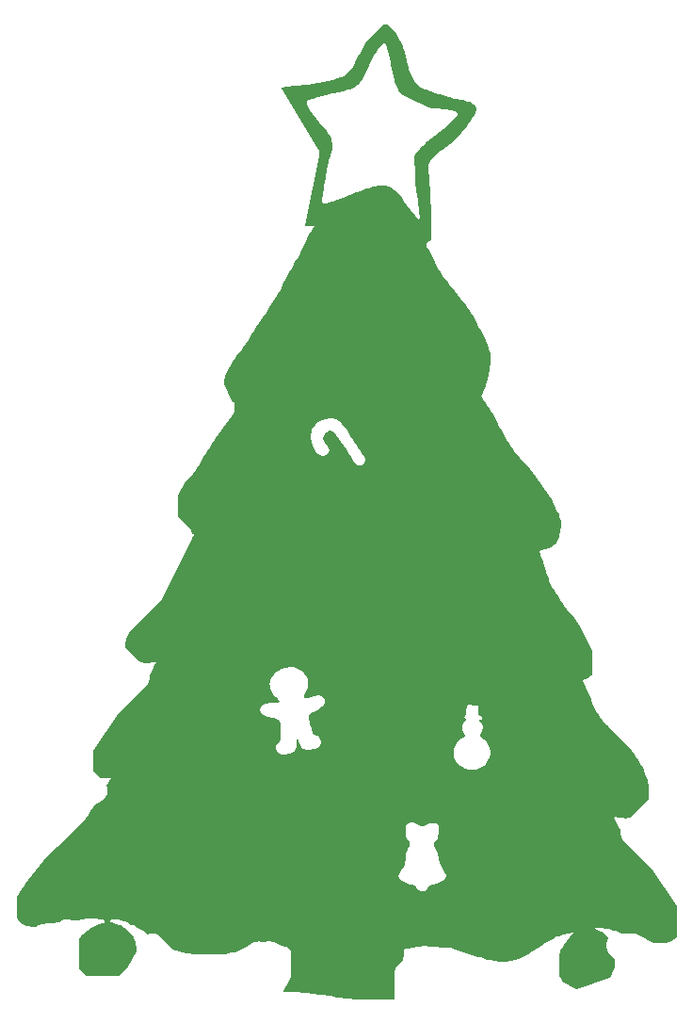
<source format=gbr>
G04 EAGLE Gerber RS-274X export*
G75*
%MOMM*%
%FSLAX34Y34*%
%LPD*%
%INTop Copper*%
%IPPOS*%
%AMOC8*
5,1,8,0,0,1.08239X$1,22.5*%
G01*

G36*
X509114Y65592D02*
X509114Y65592D01*
X509132Y65589D01*
X509279Y65625D01*
X509291Y65627D01*
X509292Y65628D01*
X509294Y65628D01*
X509736Y65816D01*
X509742Y65821D01*
X509750Y65823D01*
X509823Y65877D01*
X509899Y65929D01*
X509904Y65936D01*
X509910Y65941D01*
X509957Y66019D01*
X510006Y66097D01*
X510007Y66105D01*
X510012Y66112D01*
X510039Y66276D01*
X510039Y91021D01*
X511662Y94939D01*
X514731Y98008D01*
X517619Y100896D01*
X517668Y100969D01*
X517719Y101039D01*
X517723Y101052D01*
X517729Y101061D01*
X517737Y101103D01*
X517763Y101200D01*
X517932Y102914D01*
X517931Y102918D01*
X517933Y102922D01*
X518095Y104916D01*
X518094Y104920D01*
X518096Y104926D01*
X518215Y106922D01*
X518214Y106933D01*
X518216Y106945D01*
X518269Y110617D01*
X519327Y111060D01*
X519469Y111119D01*
X521386Y111396D01*
X521390Y111397D01*
X521394Y111397D01*
X523368Y111716D01*
X523375Y111718D01*
X523383Y111719D01*
X525347Y112097D01*
X525352Y112099D01*
X525357Y112099D01*
X527313Y112519D01*
X527319Y112522D01*
X527326Y112522D01*
X529254Y112991D01*
X531183Y113334D01*
X533142Y113503D01*
X535120Y113585D01*
X536988Y113606D01*
X537001Y113609D01*
X537015Y113607D01*
X537097Y113630D01*
X537227Y113606D01*
X539096Y113585D01*
X541086Y113522D01*
X543071Y113419D01*
X545057Y113274D01*
X547032Y113082D01*
X548997Y112830D01*
X550940Y112488D01*
X551826Y112275D01*
X551870Y112273D01*
X551943Y112261D01*
X558404Y112261D01*
X558420Y112264D01*
X558439Y112262D01*
X560160Y112384D01*
X560453Y112286D01*
X560475Y112284D01*
X560611Y112261D01*
X560921Y112261D01*
X562514Y111601D01*
X562529Y111598D01*
X562547Y111588D01*
X585096Y104072D01*
X585116Y104070D01*
X585140Y104059D01*
X585817Y103902D01*
X587707Y103369D01*
X589548Y102655D01*
X589569Y102652D01*
X589594Y102640D01*
X591518Y102101D01*
X591530Y102100D01*
X591543Y102095D01*
X593494Y101655D01*
X593499Y101655D01*
X593505Y101653D01*
X595464Y101255D01*
X595468Y101255D01*
X595472Y101254D01*
X597438Y100886D01*
X597441Y100886D01*
X597444Y100885D01*
X599413Y100541D01*
X599416Y100541D01*
X599419Y100540D01*
X601394Y100220D01*
X601398Y100220D01*
X601401Y100219D01*
X603380Y99927D01*
X603385Y99928D01*
X603390Y99926D01*
X605374Y99673D01*
X605382Y99674D01*
X605392Y99671D01*
X606601Y99563D01*
X606621Y99565D01*
X606646Y99561D01*
X609302Y99561D01*
X609311Y99562D01*
X609321Y99561D01*
X609443Y99566D01*
X609463Y99571D01*
X609489Y99570D01*
X611472Y99832D01*
X611479Y99834D01*
X611488Y99834D01*
X613461Y100157D01*
X613466Y100159D01*
X613472Y100159D01*
X615438Y100526D01*
X615442Y100528D01*
X615448Y100528D01*
X617406Y100935D01*
X617411Y100937D01*
X617418Y100938D01*
X619366Y101391D01*
X619374Y101395D01*
X619386Y101396D01*
X621313Y101930D01*
X621327Y101937D01*
X621345Y101940D01*
X623232Y102603D01*
X623247Y102612D01*
X623267Y102617D01*
X625097Y103423D01*
X625109Y103431D01*
X625127Y103437D01*
X626901Y104359D01*
X626909Y104365D01*
X626920Y104370D01*
X628653Y105367D01*
X628658Y105371D01*
X628665Y105374D01*
X630371Y106418D01*
X630375Y106421D01*
X630380Y106423D01*
X633746Y108582D01*
X633748Y108584D01*
X633751Y108585D01*
X642105Y114073D01*
X645465Y116244D01*
X647140Y117306D01*
X650611Y119263D01*
X650615Y119267D01*
X650622Y119270D01*
X652329Y120291D01*
X654061Y121225D01*
X655859Y122015D01*
X657710Y122697D01*
X659596Y123290D01*
X661509Y123806D01*
X663440Y124255D01*
X665389Y124644D01*
X667354Y124999D01*
X667361Y125001D01*
X667369Y125002D01*
X669325Y125417D01*
X669335Y125422D01*
X669349Y125423D01*
X671247Y125928D01*
X672026Y126018D01*
X671701Y125535D01*
X670071Y124624D01*
X670037Y124595D01*
X669973Y124553D01*
X668514Y123188D01*
X668503Y123173D01*
X668485Y123158D01*
X667142Y121677D01*
X667137Y121667D01*
X667126Y121658D01*
X665856Y120113D01*
X665853Y120106D01*
X665845Y120099D01*
X664632Y118509D01*
X664629Y118503D01*
X664623Y118497D01*
X663460Y116870D01*
X663457Y116863D01*
X663451Y116857D01*
X662339Y115193D01*
X662337Y115186D01*
X662330Y115179D01*
X661277Y113479D01*
X661274Y113470D01*
X661266Y113461D01*
X660287Y111716D01*
X660283Y111703D01*
X660273Y111689D01*
X659405Y109888D01*
X659399Y109865D01*
X659384Y109838D01*
X658718Y107953D01*
X658716Y107933D01*
X658705Y107911D01*
X658210Y105974D01*
X658210Y105964D01*
X658205Y105952D01*
X658017Y105045D01*
X658016Y104962D01*
X658010Y104879D01*
X658016Y104861D01*
X658016Y104846D01*
X658033Y104805D01*
X658059Y104720D01*
X658184Y104471D01*
X658206Y104162D01*
X658212Y104140D01*
X658242Y104007D01*
X658361Y103721D01*
X658361Y101996D01*
X658364Y101980D01*
X658362Y101961D01*
X658484Y100240D01*
X658386Y99947D01*
X658384Y99924D01*
X658361Y99789D01*
X658361Y86755D01*
X658371Y86703D01*
X658372Y86649D01*
X658393Y86598D01*
X658400Y86560D01*
X658418Y86534D01*
X658434Y86495D01*
X658652Y86136D01*
X658660Y86128D01*
X658665Y86116D01*
X659788Y84461D01*
X659793Y84456D01*
X659796Y84449D01*
X660968Y82828D01*
X660974Y82822D01*
X660979Y82813D01*
X662210Y81237D01*
X662218Y81231D01*
X662225Y81220D01*
X662704Y80661D01*
X662717Y80651D01*
X662726Y80637D01*
X662860Y80539D01*
X673733Y75103D01*
X673745Y75099D01*
X673755Y75092D01*
X673841Y75074D01*
X673925Y75051D01*
X673937Y75053D01*
X673950Y75050D01*
X674114Y75075D01*
X703443Y84852D01*
X703454Y84858D01*
X703467Y84860D01*
X703540Y84908D01*
X703616Y84951D01*
X703623Y84961D01*
X703634Y84968D01*
X703732Y85102D01*
X707452Y92541D01*
X707459Y92569D01*
X707478Y92603D01*
X707572Y92880D01*
X707575Y92902D01*
X707586Y92928D01*
X708040Y94875D01*
X708040Y94895D01*
X708048Y94919D01*
X708325Y96899D01*
X708324Y96913D01*
X708328Y96929D01*
X708485Y98923D01*
X708484Y98931D01*
X708486Y98941D01*
X708571Y100939D01*
X708571Y100945D01*
X708572Y100951D01*
X708584Y101623D01*
X708581Y101640D01*
X708584Y101657D01*
X708563Y101737D01*
X708548Y101818D01*
X708539Y101833D01*
X708535Y101850D01*
X708442Y101980D01*
X708439Y101984D01*
X708439Y101985D01*
X708438Y101985D01*
X702162Y108261D01*
X700539Y112179D01*
X700539Y116421D01*
X702162Y120339D01*
X702354Y120530D01*
X702398Y120597D01*
X702448Y120661D01*
X702453Y120680D01*
X702464Y120696D01*
X702478Y120775D01*
X702499Y120853D01*
X702496Y120872D01*
X702500Y120892D01*
X702483Y120970D01*
X702472Y121050D01*
X702461Y121069D01*
X702457Y121086D01*
X702431Y121123D01*
X702391Y121195D01*
X702088Y121575D01*
X702075Y121585D01*
X702064Y121602D01*
X700708Y123071D01*
X700694Y123081D01*
X700681Y123098D01*
X699219Y124461D01*
X699204Y124470D01*
X699190Y124486D01*
X697627Y125733D01*
X697611Y125741D01*
X697595Y125757D01*
X695937Y126876D01*
X695921Y126882D01*
X695903Y126897D01*
X694161Y127878D01*
X694144Y127884D01*
X694125Y127897D01*
X692309Y128733D01*
X692302Y128735D01*
X692295Y128740D01*
X690571Y129471D01*
X690215Y129919D01*
X691282Y130088D01*
X693225Y130046D01*
X695204Y129915D01*
X697181Y129729D01*
X699155Y129494D01*
X701120Y129210D01*
X703063Y128860D01*
X704966Y128383D01*
X706843Y127751D01*
X706847Y127750D01*
X706851Y127748D01*
X708757Y127142D01*
X708760Y127141D01*
X708763Y127140D01*
X712588Y125972D01*
X714484Y125373D01*
X715603Y124988D01*
X715611Y124987D01*
X715765Y124961D01*
X722089Y124961D01*
X722111Y124965D01*
X722247Y124986D01*
X722540Y125084D01*
X724261Y124962D01*
X724276Y124964D01*
X724296Y124961D01*
X726021Y124961D01*
X726307Y124842D01*
X726329Y124838D01*
X726462Y124806D01*
X726771Y124784D01*
X728313Y124012D01*
X728329Y124008D01*
X728345Y123998D01*
X729939Y123338D01*
X730158Y123119D01*
X730177Y123106D01*
X730287Y123025D01*
X743303Y116518D01*
X743312Y116515D01*
X743320Y116509D01*
X743481Y116467D01*
X745071Y116322D01*
X745079Y116323D01*
X745089Y116321D01*
X747086Y116215D01*
X747096Y116216D01*
X747109Y116214D01*
X749109Y116201D01*
X749122Y116204D01*
X749138Y116202D01*
X751135Y116304D01*
X751149Y116308D01*
X751166Y116307D01*
X753153Y116534D01*
X753168Y116539D01*
X753189Y116539D01*
X755153Y116908D01*
X755170Y116915D01*
X755193Y116918D01*
X757121Y117448D01*
X757140Y117457D01*
X757167Y117463D01*
X757231Y117487D01*
X757249Y117499D01*
X757276Y117507D01*
X761768Y119753D01*
X761793Y119772D01*
X761830Y119790D01*
X762555Y120295D01*
X762577Y120318D01*
X762612Y120341D01*
X763883Y121539D01*
X763894Y121555D01*
X763910Y121567D01*
X763951Y121636D01*
X763997Y121701D01*
X764001Y121721D01*
X764012Y121738D01*
X764034Y121874D01*
X764039Y121896D01*
X764039Y121899D01*
X764039Y121902D01*
X764039Y149021D01*
X764027Y149083D01*
X764023Y149146D01*
X764006Y149185D01*
X764000Y149216D01*
X763978Y149247D01*
X763955Y149298D01*
X741043Y183667D01*
X741015Y183695D01*
X740980Y183743D01*
X714862Y209861D01*
X713239Y213779D01*
X713239Y218021D01*
X713255Y218059D01*
X713272Y218145D01*
X713293Y218231D01*
X713291Y218242D01*
X713293Y218254D01*
X713275Y218340D01*
X713261Y218427D01*
X713254Y218438D01*
X713252Y218449D01*
X713228Y218483D01*
X713177Y218571D01*
X712922Y218874D01*
X711708Y220410D01*
X710707Y222087D01*
X709786Y223837D01*
X708928Y225622D01*
X708149Y227428D01*
X707643Y228984D01*
X708442Y229652D01*
X712162Y229046D01*
X712175Y229046D01*
X712191Y229042D01*
X714180Y228837D01*
X714188Y228837D01*
X714198Y228835D01*
X716193Y228702D01*
X716202Y228703D01*
X716213Y228701D01*
X718212Y228648D01*
X718221Y228649D01*
X718233Y228648D01*
X720232Y228676D01*
X720242Y228678D01*
X720254Y228677D01*
X721492Y228748D01*
X721588Y228773D01*
X721681Y228797D01*
X721683Y228798D01*
X721685Y228799D01*
X721697Y228808D01*
X721817Y228893D01*
X738395Y245472D01*
X738418Y245506D01*
X738448Y245534D01*
X738481Y245601D01*
X738505Y245638D01*
X738509Y245659D01*
X738521Y245683D01*
X738619Y246013D01*
X738622Y246055D01*
X738639Y246155D01*
X738639Y258491D01*
X738631Y258533D01*
X738626Y258605D01*
X738561Y258884D01*
X738557Y258892D01*
X738556Y258903D01*
X738021Y260830D01*
X738019Y260835D01*
X738018Y260842D01*
X737434Y262755D01*
X737432Y262759D01*
X737431Y262764D01*
X736813Y264666D01*
X736811Y264668D01*
X736811Y264671D01*
X736170Y266566D01*
X736169Y266569D01*
X736168Y266573D01*
X735498Y268458D01*
X735496Y268462D01*
X735495Y268467D01*
X734790Y270338D01*
X734787Y270343D01*
X734786Y270349D01*
X734039Y272204D01*
X734036Y272209D01*
X734034Y272217D01*
X733235Y274050D01*
X733230Y274055D01*
X733228Y274064D01*
X732371Y275871D01*
X732366Y275877D01*
X732363Y275886D01*
X731445Y277662D01*
X731440Y277669D01*
X731436Y277678D01*
X730455Y279421D01*
X730450Y279427D01*
X730447Y279435D01*
X729408Y281144D01*
X729403Y281149D01*
X729400Y281157D01*
X728309Y282833D01*
X728305Y282838D01*
X728302Y282845D01*
X727167Y284491D01*
X727163Y284494D01*
X727161Y284500D01*
X725991Y286122D01*
X725988Y286125D01*
X725986Y286129D01*
X724789Y287731D01*
X724787Y287734D01*
X724785Y287738D01*
X723562Y289320D01*
X723559Y289323D01*
X723556Y289328D01*
X722304Y290887D01*
X722301Y290889D01*
X722299Y290893D01*
X721024Y292433D01*
X721021Y292435D01*
X721020Y292438D01*
X720099Y293522D01*
X720085Y293533D01*
X720071Y293552D01*
X703942Y309682D01*
X703928Y309691D01*
X703916Y309706D01*
X702613Y310836D01*
X702475Y311113D01*
X702461Y311130D01*
X702381Y311242D01*
X702162Y311461D01*
X702094Y311627D01*
X702053Y311687D01*
X702018Y311752D01*
X701996Y311772D01*
X701983Y311791D01*
X701946Y311815D01*
X701893Y311862D01*
X701218Y312274D01*
X699724Y313494D01*
X698388Y314917D01*
X697125Y316435D01*
X695922Y318009D01*
X694769Y319624D01*
X693660Y321272D01*
X692599Y322949D01*
X691589Y324657D01*
X690637Y326395D01*
X689762Y328166D01*
X688200Y331832D01*
X688199Y331833D01*
X688198Y331835D01*
X686610Y335506D01*
X686609Y335508D01*
X686608Y335510D01*
X684987Y339167D01*
X684986Y339168D01*
X684986Y339170D01*
X682520Y344633D01*
X681736Y346466D01*
X680986Y348306D01*
X680290Y350152D01*
X679787Y351929D01*
X680118Y353357D01*
X681741Y353896D01*
X681757Y353905D01*
X681781Y353911D01*
X682440Y354194D01*
X683601Y354694D01*
X683612Y354699D01*
X683644Y354720D01*
X683694Y354743D01*
X685351Y355860D01*
X685368Y355877D01*
X685394Y355892D01*
X686924Y357180D01*
X686935Y357194D01*
X686954Y357207D01*
X687692Y357940D01*
X687699Y357951D01*
X687710Y357959D01*
X687754Y358033D01*
X687802Y358105D01*
X687805Y358118D01*
X687812Y358130D01*
X687839Y358294D01*
X687839Y378365D01*
X687833Y378397D01*
X687835Y378430D01*
X687809Y378517D01*
X687800Y378560D01*
X687792Y378572D01*
X687787Y378589D01*
X676576Y401011D01*
X676559Y401032D01*
X676544Y401065D01*
X670031Y410834D01*
X670008Y410857D01*
X669985Y410893D01*
X667542Y413580D01*
X666228Y415075D01*
X664961Y416593D01*
X663790Y418190D01*
X662639Y419815D01*
X660375Y423103D01*
X659256Y424761D01*
X657053Y428090D01*
X654886Y431446D01*
X653822Y433134D01*
X652773Y434830D01*
X651755Y436536D01*
X650815Y438257D01*
X650072Y440083D01*
X650070Y440085D01*
X650069Y440088D01*
X649294Y441932D01*
X649292Y441935D01*
X649291Y441940D01*
X648489Y443757D01*
X647788Y445607D01*
X647145Y447487D01*
X646536Y449382D01*
X645956Y451290D01*
X644843Y455128D01*
X644842Y455130D01*
X644841Y455133D01*
X643685Y458962D01*
X643680Y458972D01*
X643677Y458986D01*
X641658Y464629D01*
X641045Y466510D01*
X640581Y468241D01*
X641128Y469289D01*
X642847Y469694D01*
X644798Y470102D01*
X644820Y470112D01*
X644851Y470116D01*
X646750Y470741D01*
X646768Y470750D01*
X646792Y470757D01*
X647399Y471019D01*
X648554Y471518D01*
X648628Y471550D01*
X648640Y471559D01*
X648658Y471564D01*
X650436Y472480D01*
X650447Y472489D01*
X650464Y472496D01*
X652179Y473524D01*
X652192Y473536D01*
X652211Y473545D01*
X653842Y474701D01*
X653861Y474721D01*
X653891Y474741D01*
X655362Y476092D01*
X655380Y476116D01*
X655391Y476124D01*
X655404Y476145D01*
X655441Y476185D01*
X656540Y477850D01*
X656553Y477882D01*
X656580Y477922D01*
X657390Y479749D01*
X657394Y479769D01*
X657400Y479779D01*
X657404Y479786D01*
X657405Y479788D01*
X657407Y479792D01*
X658047Y481686D01*
X658048Y481700D01*
X658056Y481716D01*
X658575Y483647D01*
X658576Y483659D01*
X658582Y483673D01*
X659000Y485628D01*
X659000Y485638D01*
X659004Y485650D01*
X659333Y487623D01*
X659332Y487633D01*
X659336Y487646D01*
X659574Y489632D01*
X659573Y489643D01*
X659576Y489656D01*
X659716Y491651D01*
X659715Y491664D01*
X659717Y491680D01*
X659739Y493680D01*
X659736Y493697D01*
X659738Y493720D01*
X659600Y495714D01*
X659593Y495741D01*
X659591Y495779D01*
X659195Y497736D01*
X659184Y497762D01*
X659178Y497798D01*
X658533Y499691D01*
X658530Y499697D01*
X658528Y499705D01*
X657826Y501578D01*
X657824Y501582D01*
X657822Y501587D01*
X657083Y503445D01*
X657081Y503449D01*
X657080Y503454D01*
X656959Y503742D01*
X656950Y503755D01*
X656945Y503773D01*
X651176Y515311D01*
X651159Y515332D01*
X651144Y515365D01*
X643244Y527216D01*
X643241Y527218D01*
X643239Y527222D01*
X637267Y535883D01*
X637264Y535887D01*
X637261Y535892D01*
X636091Y537514D01*
X636087Y537518D01*
X636084Y537523D01*
X634877Y539118D01*
X634874Y539121D01*
X634871Y539125D01*
X633634Y540697D01*
X633631Y540699D01*
X633629Y540703D01*
X632366Y542254D01*
X632363Y542256D01*
X632360Y542260D01*
X631071Y543789D01*
X631067Y543792D01*
X631064Y543796D01*
X629746Y545300D01*
X629742Y545303D01*
X629738Y545309D01*
X628384Y546780D01*
X628378Y546785D01*
X628372Y546793D01*
X625565Y549635D01*
X624196Y551078D01*
X622857Y552551D01*
X621552Y554050D01*
X620277Y555578D01*
X619035Y557133D01*
X617825Y558712D01*
X616644Y560316D01*
X615495Y561940D01*
X614371Y563586D01*
X613277Y565249D01*
X612205Y566931D01*
X611159Y568625D01*
X610132Y570336D01*
X609127Y572056D01*
X607167Y575534D01*
X606213Y577285D01*
X604343Y580814D01*
X602522Y584368D01*
X600738Y587945D01*
X600736Y587947D01*
X600735Y587950D01*
X599823Y589730D01*
X599818Y589736D01*
X599814Y589746D01*
X598839Y591491D01*
X598835Y591496D01*
X598833Y591503D01*
X597812Y593223D01*
X597809Y593227D01*
X597806Y593234D01*
X596743Y594928D01*
X596739Y594932D01*
X596736Y594940D01*
X595626Y596603D01*
X595620Y596609D01*
X595616Y596617D01*
X593285Y599860D01*
X592160Y601503D01*
X591066Y603164D01*
X590017Y604848D01*
X588119Y608145D01*
X588425Y609671D01*
X591054Y614991D01*
X591057Y615002D01*
X591065Y615013D01*
X591861Y616848D01*
X591863Y616858D01*
X591870Y616869D01*
X592580Y618738D01*
X592582Y618748D01*
X592587Y618758D01*
X593218Y620656D01*
X593219Y620665D01*
X593224Y620675D01*
X593781Y622595D01*
X593782Y622603D01*
X593786Y622612D01*
X594275Y624551D01*
X594276Y624558D01*
X594279Y624566D01*
X594708Y626519D01*
X594708Y626526D01*
X594711Y626533D01*
X595085Y628497D01*
X595085Y628503D01*
X595088Y628510D01*
X595411Y630484D01*
X595411Y630489D01*
X595412Y630495D01*
X595692Y632475D01*
X595691Y632479D01*
X595693Y632485D01*
X595932Y634470D01*
X595931Y634475D01*
X595933Y634480D01*
X596135Y636470D01*
X596134Y636474D01*
X596136Y636478D01*
X596304Y638471D01*
X596303Y638477D01*
X596305Y638483D01*
X596424Y640479D01*
X596423Y640490D01*
X596425Y640503D01*
X596449Y642503D01*
X596446Y642519D01*
X596448Y642539D01*
X596329Y644534D01*
X596324Y644553D01*
X596325Y644577D01*
X596035Y646555D01*
X596029Y646573D01*
X596027Y646596D01*
X595573Y648543D01*
X595567Y648557D01*
X595565Y648576D01*
X594981Y650488D01*
X594976Y650498D01*
X594973Y650512D01*
X594295Y652393D01*
X594291Y652400D01*
X594289Y652409D01*
X593546Y654266D01*
X593543Y654271D01*
X593542Y654277D01*
X592756Y656116D01*
X592754Y656119D01*
X592752Y656124D01*
X591935Y657950D01*
X591933Y657952D01*
X591932Y657956D01*
X590244Y661583D01*
X590242Y661585D01*
X590242Y661588D01*
X588512Y665194D01*
X588511Y665196D01*
X588510Y665198D01*
X587630Y666994D01*
X587628Y666997D01*
X587627Y667000D01*
X585817Y670567D01*
X585814Y670571D01*
X585813Y670576D01*
X583932Y674107D01*
X583929Y674109D01*
X583928Y674114D01*
X582959Y675863D01*
X582957Y675865D01*
X582956Y675869D01*
X581965Y677606D01*
X581963Y677608D01*
X581962Y677611D01*
X580950Y679337D01*
X580948Y679339D01*
X580947Y679342D01*
X579914Y681054D01*
X579912Y681056D01*
X579911Y681060D01*
X578856Y682759D01*
X578853Y682761D01*
X578852Y682764D01*
X577774Y684449D01*
X577772Y684451D01*
X577771Y684455D01*
X576671Y686125D01*
X576669Y686127D01*
X576668Y686131D01*
X575547Y687787D01*
X575545Y687789D01*
X575544Y687792D01*
X574403Y689435D01*
X574401Y689437D01*
X574400Y689440D01*
X573239Y691068D01*
X573237Y691070D01*
X573236Y691073D01*
X572056Y692688D01*
X572053Y692691D01*
X572051Y692694D01*
X569642Y695887D01*
X569638Y695890D01*
X569636Y695894D01*
X567165Y699040D01*
X567162Y699042D01*
X567160Y699046D01*
X564638Y702151D01*
X564635Y702153D01*
X564633Y702157D01*
X559498Y708282D01*
X558257Y709838D01*
X557046Y711418D01*
X555865Y713020D01*
X554709Y714643D01*
X553579Y716284D01*
X552475Y717942D01*
X551395Y719616D01*
X550339Y721305D01*
X549306Y723012D01*
X548298Y724730D01*
X547313Y726463D01*
X546353Y728209D01*
X545418Y729968D01*
X544508Y731742D01*
X540992Y738922D01*
X540991Y738923D01*
X540991Y738924D01*
X539230Y742474D01*
X538673Y744197D01*
X539075Y745777D01*
X540465Y746851D01*
X542228Y747671D01*
X542284Y747712D01*
X542344Y747746D01*
X542366Y747773D01*
X542388Y747789D01*
X542409Y747825D01*
X542450Y747875D01*
X543283Y749324D01*
X543294Y749358D01*
X543309Y749381D01*
X543311Y749395D01*
X543325Y749419D01*
X543333Y749476D01*
X543346Y749513D01*
X543343Y749543D01*
X543349Y749584D01*
X542876Y771454D01*
X542856Y771542D01*
X542850Y771571D01*
X542861Y771646D01*
X542870Y771686D01*
X542868Y771695D01*
X542869Y771706D01*
X542707Y777579D01*
X542707Y777581D01*
X542707Y777582D01*
X542501Y783579D01*
X542500Y783582D01*
X542501Y783585D01*
X542315Y787580D01*
X542313Y787589D01*
X542314Y787600D01*
X541971Y791579D01*
X541821Y793574D01*
X541421Y799553D01*
X541075Y805536D01*
X540889Y809528D01*
X540832Y811514D01*
X540831Y813493D01*
X540946Y815440D01*
X541316Y817314D01*
X542056Y819056D01*
X543158Y820631D01*
X544433Y822121D01*
X545798Y823549D01*
X547225Y824920D01*
X548706Y826231D01*
X550242Y827469D01*
X551858Y828612D01*
X553506Y829734D01*
X553518Y829746D01*
X553536Y829756D01*
X555102Y830999D01*
X555105Y831003D01*
X555109Y831006D01*
X556651Y832279D01*
X556653Y832282D01*
X556657Y832284D01*
X559705Y834873D01*
X559707Y834875D01*
X559710Y834877D01*
X564234Y838818D01*
X564237Y838822D01*
X564242Y838826D01*
X565720Y840172D01*
X565727Y840182D01*
X565739Y840190D01*
X567147Y841610D01*
X567151Y841616D01*
X567158Y841622D01*
X568520Y843087D01*
X568523Y843091D01*
X568527Y843095D01*
X569855Y844590D01*
X569857Y844594D01*
X569861Y844597D01*
X571163Y846115D01*
X571164Y846118D01*
X571167Y846121D01*
X572445Y847660D01*
X572447Y847663D01*
X572450Y847665D01*
X573706Y849222D01*
X573707Y849225D01*
X573710Y849227D01*
X574944Y850801D01*
X574946Y850804D01*
X574949Y850807D01*
X576159Y852399D01*
X576161Y852403D01*
X576164Y852406D01*
X577348Y854017D01*
X577350Y854022D01*
X577353Y854025D01*
X578505Y855660D01*
X578508Y855665D01*
X578512Y855671D01*
X579621Y857335D01*
X579625Y857344D01*
X579632Y857352D01*
X580673Y859059D01*
X580677Y859070D01*
X580685Y859080D01*
X581643Y860836D01*
X581644Y860842D01*
X581649Y860848D01*
X582560Y862628D01*
X582566Y862647D01*
X582579Y862668D01*
X583327Y864520D01*
X583327Y864521D01*
X583328Y864521D01*
X583363Y864684D01*
X583456Y866658D01*
X583453Y866682D01*
X583456Y866707D01*
X583432Y866818D01*
X583426Y866855D01*
X583422Y866861D01*
X583421Y866869D01*
X582673Y868716D01*
X582669Y868721D01*
X582668Y868728D01*
X582577Y868867D01*
X581227Y870328D01*
X581192Y870353D01*
X581116Y870418D01*
X579403Y871442D01*
X579373Y871452D01*
X579336Y871475D01*
X577485Y872232D01*
X577468Y872236D01*
X577448Y872246D01*
X575543Y872853D01*
X575532Y872854D01*
X575520Y872860D01*
X573588Y873376D01*
X573582Y873377D01*
X573574Y873380D01*
X571628Y873839D01*
X571623Y873839D01*
X571618Y873841D01*
X569663Y874263D01*
X569660Y874263D01*
X569658Y874264D01*
X565745Y875064D01*
X563804Y875507D01*
X561867Y875982D01*
X559938Y876482D01*
X558014Y877003D01*
X554177Y878101D01*
X550355Y879264D01*
X546559Y880488D01*
X542782Y881783D01*
X540909Y882459D01*
X539045Y883160D01*
X537195Y883893D01*
X535370Y884669D01*
X533603Y885514D01*
X531976Y886544D01*
X530543Y887832D01*
X529258Y889295D01*
X528106Y890877D01*
X527069Y892548D01*
X526132Y894284D01*
X525282Y896068D01*
X524509Y897890D01*
X523803Y899742D01*
X523159Y901619D01*
X522571Y903516D01*
X522034Y905429D01*
X520076Y913178D01*
X520075Y913180D01*
X520075Y913182D01*
X519058Y917051D01*
X519057Y917054D01*
X519056Y917057D01*
X518523Y918985D01*
X518522Y918988D01*
X518521Y918992D01*
X517961Y920911D01*
X517958Y920915D01*
X517958Y920921D01*
X517525Y922299D01*
X517508Y922328D01*
X517495Y922372D01*
X511975Y933413D01*
X511961Y933430D01*
X511881Y933542D01*
X503730Y941693D01*
X503720Y941700D01*
X503712Y941710D01*
X503638Y941755D01*
X503565Y941803D01*
X503552Y941805D01*
X503541Y941812D01*
X503377Y941839D01*
X499923Y941839D01*
X499910Y941837D01*
X499898Y941839D01*
X499814Y941817D01*
X499728Y941800D01*
X499717Y941793D01*
X499705Y941789D01*
X499570Y941693D01*
X486106Y928229D01*
X486085Y928198D01*
X486049Y928161D01*
X483931Y925109D01*
X483928Y925101D01*
X483921Y925093D01*
X482844Y923408D01*
X482839Y923396D01*
X482829Y923383D01*
X481852Y921639D01*
X481840Y921603D01*
X481814Y921554D01*
X481192Y919705D01*
X480321Y917973D01*
X479269Y916315D01*
X478133Y914681D01*
X478129Y914672D01*
X478121Y914662D01*
X477056Y912969D01*
X477053Y912961D01*
X477046Y912953D01*
X476048Y911219D01*
X476045Y911211D01*
X476039Y911203D01*
X475108Y909432D01*
X475105Y909421D01*
X475097Y909409D01*
X474262Y907599D01*
X473386Y905829D01*
X472393Y904132D01*
X471292Y902502D01*
X470089Y900946D01*
X468785Y899475D01*
X467382Y898107D01*
X465875Y896866D01*
X464258Y895798D01*
X462504Y894957D01*
X460666Y894239D01*
X458794Y893583D01*
X456900Y892977D01*
X454994Y892414D01*
X453074Y891891D01*
X451145Y891406D01*
X449205Y890961D01*
X447258Y890562D01*
X445305Y890216D01*
X441353Y889660D01*
X441348Y889658D01*
X441342Y889658D01*
X439368Y889336D01*
X439363Y889334D01*
X439357Y889334D01*
X437391Y888969D01*
X437384Y888966D01*
X437374Y888966D01*
X435433Y888537D01*
X433483Y888202D01*
X431514Y887937D01*
X429538Y887713D01*
X427554Y887526D01*
X423570Y887191D01*
X423566Y887189D01*
X423560Y887190D01*
X419582Y886773D01*
X419579Y886772D01*
X419575Y886773D01*
X417589Y886537D01*
X417586Y886536D01*
X417583Y886537D01*
X415600Y886276D01*
X415597Y886275D01*
X415594Y886275D01*
X411639Y885711D01*
X409658Y885461D01*
X409655Y885460D01*
X409652Y885460D01*
X409112Y885385D01*
X409103Y885382D01*
X409095Y885382D01*
X409010Y885349D01*
X408924Y885319D01*
X408918Y885313D01*
X408910Y885310D01*
X408844Y885246D01*
X408777Y885185D01*
X408774Y885177D01*
X408767Y885171D01*
X408732Y885087D01*
X408694Y885004D01*
X408694Y884995D01*
X408691Y884987D01*
X408691Y884896D01*
X408689Y884805D01*
X408692Y884797D01*
X408692Y884788D01*
X408752Y884633D01*
X440805Y831213D01*
X440812Y831205D01*
X440817Y831193D01*
X441847Y829649D01*
X441881Y829477D01*
X441882Y829475D01*
X441882Y829472D01*
X441942Y829317D01*
X442033Y829167D01*
X442306Y827332D01*
X442309Y827322D01*
X442310Y827308D01*
X442670Y825489D01*
X442635Y825317D01*
X442635Y825314D01*
X442634Y825311D01*
X442631Y825145D01*
X442657Y824972D01*
X442207Y823172D01*
X442206Y823161D01*
X442202Y823149D01*
X429945Y761864D01*
X429945Y761773D01*
X429942Y761682D01*
X429945Y761673D01*
X429945Y761665D01*
X429960Y761630D01*
X429997Y761525D01*
X430396Y760801D01*
X430404Y760792D01*
X430408Y760780D01*
X430458Y760727D01*
X430497Y760673D01*
X430511Y760665D01*
X430525Y760649D01*
X430535Y760644D01*
X430544Y760635D01*
X430616Y760603D01*
X430668Y760572D01*
X430684Y760569D01*
X430702Y760560D01*
X430714Y760559D01*
X430725Y760554D01*
X430793Y760551D01*
X430832Y760544D01*
X430847Y760544D01*
X430863Y760548D01*
X430892Y760546D01*
X434855Y761013D01*
X436784Y761174D01*
X437807Y761029D01*
X437214Y759899D01*
X436195Y758194D01*
X436194Y758190D01*
X436190Y758185D01*
X435201Y756447D01*
X435199Y756441D01*
X435194Y756436D01*
X434252Y754671D01*
X434251Y754668D01*
X434249Y754664D01*
X432421Y751106D01*
X432421Y751103D01*
X432419Y751100D01*
X430636Y747519D01*
X430636Y747517D01*
X430634Y747515D01*
X428883Y743919D01*
X428883Y743917D01*
X428881Y743914D01*
X426313Y738492D01*
X426313Y738489D01*
X426311Y738486D01*
X424649Y734859D01*
X423758Y733100D01*
X422754Y731443D01*
X421478Y729969D01*
X421462Y729941D01*
X421432Y729908D01*
X420390Y728249D01*
X420382Y728229D01*
X420367Y728207D01*
X419476Y726437D01*
X418475Y724731D01*
X417429Y723035D01*
X416358Y721352D01*
X416357Y721348D01*
X416354Y721345D01*
X415307Y719641D01*
X415306Y719636D01*
X415302Y719632D01*
X414291Y717907D01*
X414289Y717903D01*
X414286Y717899D01*
X413305Y716157D01*
X413303Y716153D01*
X413301Y716149D01*
X412348Y714391D01*
X412347Y714387D01*
X412344Y714383D01*
X411423Y712608D01*
X411421Y712603D01*
X411417Y712597D01*
X410539Y710801D01*
X410536Y710792D01*
X410530Y710782D01*
X409728Y708950D01*
X409723Y708929D01*
X409710Y708905D01*
X409104Y707055D01*
X408185Y705337D01*
X407198Y703604D01*
X406193Y701885D01*
X404145Y698454D01*
X401021Y693338D01*
X397847Y688254D01*
X395694Y684886D01*
X394602Y683221D01*
X393492Y681584D01*
X392262Y680036D01*
X392252Y680016D01*
X392232Y679994D01*
X391157Y678309D01*
X391151Y678294D01*
X391139Y678278D01*
X390196Y676531D01*
X389161Y674866D01*
X387974Y673304D01*
X386693Y671789D01*
X386681Y671768D01*
X386659Y671744D01*
X385546Y670083D01*
X385542Y670075D01*
X385535Y670066D01*
X384489Y668361D01*
X384487Y668356D01*
X384482Y668350D01*
X383484Y666617D01*
X383482Y666612D01*
X383479Y666607D01*
X381559Y663106D01*
X380563Y661383D01*
X379531Y659691D01*
X378431Y658058D01*
X377200Y656507D01*
X377196Y656499D01*
X377189Y656492D01*
X376006Y654880D01*
X376004Y654875D01*
X376000Y654871D01*
X374852Y653233D01*
X374851Y653230D01*
X374848Y653228D01*
X373726Y651583D01*
X372555Y649982D01*
X371332Y648429D01*
X370017Y646942D01*
X370013Y646935D01*
X370006Y646928D01*
X368736Y645385D01*
X368727Y645367D01*
X368709Y645348D01*
X367586Y643693D01*
X367579Y643677D01*
X367564Y643659D01*
X366581Y641918D01*
X366580Y641915D01*
X366577Y641911D01*
X365628Y640166D01*
X364597Y638488D01*
X363446Y636875D01*
X363439Y636858D01*
X363424Y636841D01*
X362397Y635125D01*
X362394Y635117D01*
X362388Y635109D01*
X361426Y633356D01*
X361424Y633351D01*
X361420Y633345D01*
X360499Y631570D01*
X360498Y631566D01*
X360496Y631562D01*
X359606Y629771D01*
X359605Y629767D01*
X359603Y629764D01*
X358742Y627958D01*
X358741Y627954D01*
X358739Y627950D01*
X357910Y626130D01*
X357904Y626107D01*
X357890Y626080D01*
X357263Y624182D01*
X357260Y624159D01*
X357249Y624131D01*
X356829Y622176D01*
X356829Y622159D01*
X356822Y622138D01*
X356556Y620156D01*
X356557Y620139D01*
X356553Y620119D01*
X356492Y619103D01*
X356499Y619056D01*
X356495Y619009D01*
X356514Y618948D01*
X356520Y618906D01*
X356534Y618884D01*
X356544Y618850D01*
X364625Y602689D01*
X364667Y602635D01*
X364702Y602576D01*
X364728Y602557D01*
X364747Y602533D01*
X364807Y602499D01*
X364863Y602459D01*
X364897Y602449D01*
X364921Y602436D01*
X364962Y602432D01*
X365023Y602415D01*
X366417Y602281D01*
X366490Y601344D01*
X366005Y600375D01*
X365993Y600328D01*
X365971Y600286D01*
X365967Y600233D01*
X365953Y600183D01*
X365960Y600135D01*
X365956Y600087D01*
X365975Y600027D01*
X365981Y599986D01*
X365995Y599963D01*
X366005Y599928D01*
X366084Y599771D01*
X366206Y598051D01*
X366210Y598036D01*
X366210Y598016D01*
X366454Y596308D01*
X366377Y596009D01*
X366376Y595986D01*
X366362Y595849D01*
X366384Y595540D01*
X365839Y593905D01*
X365837Y593889D01*
X365829Y593871D01*
X365401Y592200D01*
X365215Y591952D01*
X365205Y591932D01*
X365141Y591811D01*
X365043Y591517D01*
X363913Y590214D01*
X363905Y590200D01*
X363891Y590187D01*
X348852Y570135D01*
X348841Y570112D01*
X348820Y570087D01*
X347979Y568641D01*
X346952Y566934D01*
X344837Y563549D01*
X343753Y561880D01*
X342644Y560218D01*
X342644Y560217D01*
X340403Y556908D01*
X340401Y556903D01*
X340397Y556898D01*
X339314Y555217D01*
X339312Y555213D01*
X339309Y555209D01*
X338259Y553507D01*
X338256Y553499D01*
X338249Y553490D01*
X337267Y551748D01*
X337265Y551741D01*
X337260Y551735D01*
X336332Y549965D01*
X335386Y548214D01*
X334405Y546488D01*
X333368Y544800D01*
X332259Y543163D01*
X331076Y541578D01*
X329826Y540039D01*
X328530Y538530D01*
X324539Y534057D01*
X324538Y534055D01*
X324536Y534053D01*
X321924Y531073D01*
X321901Y531034D01*
X321853Y530967D01*
X315513Y518289D01*
X315505Y518257D01*
X315488Y518230D01*
X315473Y518140D01*
X315462Y518097D01*
X315464Y518083D01*
X315461Y518065D01*
X315461Y499923D01*
X315461Y499920D01*
X315461Y499919D01*
X315463Y499910D01*
X315461Y499898D01*
X315483Y499814D01*
X315500Y499728D01*
X315507Y499717D01*
X315511Y499705D01*
X315607Y499570D01*
X323758Y491419D01*
X323777Y491406D01*
X323887Y491325D01*
X324164Y491187D01*
X325294Y489884D01*
X325307Y489875D01*
X325318Y489858D01*
X326538Y488639D01*
X326656Y488353D01*
X326669Y488334D01*
X326740Y488217D01*
X326943Y487983D01*
X327488Y486347D01*
X327496Y486333D01*
X327501Y486314D01*
X328161Y484721D01*
X328161Y484531D01*
X328170Y484485D01*
X328169Y484439D01*
X328190Y484389D01*
X328200Y484336D01*
X328226Y484298D01*
X328244Y484255D01*
X328282Y484217D01*
X328313Y484172D01*
X328352Y484147D01*
X328384Y484114D01*
X328445Y484088D01*
X328480Y484065D01*
X328506Y484061D01*
X328537Y484047D01*
X329762Y483734D01*
X330101Y483179D01*
X328080Y480159D01*
X328063Y480117D01*
X328036Y480079D01*
X328021Y480014D01*
X328005Y479975D01*
X328005Y479950D01*
X327997Y479917D01*
X327984Y479729D01*
X327212Y478187D01*
X327208Y478171D01*
X327198Y478155D01*
X326538Y476561D01*
X326319Y476342D01*
X326306Y476323D01*
X326225Y476213D01*
X301812Y427387D01*
X301808Y427371D01*
X301798Y427355D01*
X301138Y425761D01*
X300919Y425542D01*
X300906Y425523D01*
X300825Y425413D01*
X300687Y425136D01*
X299384Y424006D01*
X299375Y423993D01*
X299358Y423982D01*
X272320Y396943D01*
X272318Y396940D01*
X272315Y396938D01*
X272291Y396901D01*
X272241Y396840D01*
X271444Y395464D01*
X271440Y395452D01*
X271431Y395439D01*
X270527Y393655D01*
X270523Y393642D01*
X270514Y393628D01*
X269720Y391793D01*
X269718Y391785D01*
X269713Y391778D01*
X269712Y391771D01*
X269707Y391762D01*
X269038Y389878D01*
X269035Y389860D01*
X269026Y389840D01*
X268508Y387909D01*
X268507Y387887D01*
X268498Y387861D01*
X268173Y385889D01*
X268173Y385869D01*
X268168Y385845D01*
X268015Y383852D01*
X268019Y383821D01*
X268015Y383781D01*
X268124Y382127D01*
X268150Y382035D01*
X268173Y381943D01*
X268176Y381939D01*
X268177Y381935D01*
X268193Y381915D01*
X268269Y381807D01*
X280653Y369424D01*
X280687Y369401D01*
X280716Y369371D01*
X280782Y369338D01*
X280819Y369314D01*
X280840Y369310D01*
X280865Y369298D01*
X282763Y368739D01*
X282784Y368737D01*
X282808Y368728D01*
X284770Y368342D01*
X284792Y368342D01*
X284820Y368335D01*
X286811Y368152D01*
X286837Y368155D01*
X286871Y368150D01*
X288869Y368208D01*
X288896Y368215D01*
X288932Y368214D01*
X292876Y368837D01*
X294749Y369082D01*
X295561Y368850D01*
X294983Y367552D01*
X291608Y360304D01*
X291607Y360300D01*
X291603Y360295D01*
X290795Y358466D01*
X290794Y358458D01*
X290788Y358449D01*
X290096Y356719D01*
X290094Y356707D01*
X290088Y356697D01*
X290061Y356533D01*
X290061Y353479D01*
X288438Y349561D01*
X268808Y329931D01*
X268806Y329929D01*
X268803Y329927D01*
X266314Y327372D01*
X264902Y325970D01*
X263201Y324325D01*
X263199Y324322D01*
X263196Y324319D01*
X262320Y323443D01*
X262298Y323410D01*
X262257Y323367D01*
X239345Y288998D01*
X239322Y288943D01*
X239315Y288933D01*
X239315Y288930D01*
X239288Y288885D01*
X239281Y288843D01*
X239269Y288814D01*
X239270Y288776D01*
X239261Y288721D01*
X239261Y271323D01*
X239263Y271310D01*
X239261Y271298D01*
X239283Y271214D01*
X239300Y271128D01*
X239307Y271117D01*
X239311Y271105D01*
X239407Y270970D01*
X245897Y264479D01*
X245902Y264476D01*
X245905Y264471D01*
X245985Y264422D01*
X246063Y264370D01*
X246069Y264369D01*
X246074Y264365D01*
X246237Y264333D01*
X247639Y264296D01*
X247648Y264298D01*
X247660Y264296D01*
X249660Y264331D01*
X249663Y264332D01*
X249667Y264331D01*
X254847Y264493D01*
X254486Y263735D01*
X253460Y262053D01*
X252397Y260366D01*
X251314Y258692D01*
X251285Y258647D01*
X251275Y258624D01*
X251259Y258604D01*
X251238Y258532D01*
X251210Y258463D01*
X251210Y258437D01*
X251203Y258413D01*
X251212Y258302D01*
X251213Y258264D01*
X251216Y258257D01*
X251217Y258247D01*
X251430Y257414D01*
X251444Y257387D01*
X251453Y257347D01*
X251961Y256121D01*
X251961Y255407D01*
X251970Y255363D01*
X251976Y255283D01*
X252154Y254592D01*
X251966Y253277D01*
X251968Y253247D01*
X251961Y253207D01*
X251961Y251879D01*
X251688Y251220D01*
X251679Y251176D01*
X251655Y251100D01*
X251554Y250393D01*
X250877Y249251D01*
X250867Y249222D01*
X250846Y249188D01*
X250338Y247961D01*
X249833Y247457D01*
X249808Y247419D01*
X249756Y247358D01*
X249393Y246744D01*
X248331Y245947D01*
X248311Y245925D01*
X248277Y245901D01*
X247339Y244962D01*
X246679Y244689D01*
X246642Y244664D01*
X246571Y244627D01*
X240326Y239943D01*
X240322Y239939D01*
X240317Y239936D01*
X240205Y239813D01*
X240191Y239791D01*
X239094Y238127D01*
X236844Y234830D01*
X235694Y233203D01*
X234524Y231589D01*
X233332Y229994D01*
X232110Y228427D01*
X230842Y226909D01*
X229493Y225454D01*
X228768Y224697D01*
X228115Y224016D01*
X225321Y221156D01*
X222510Y218319D01*
X218261Y214083D01*
X213993Y209870D01*
X209702Y205680D01*
X206827Y202902D01*
X203938Y200147D01*
X202481Y198785D01*
X201013Y197457D01*
X199463Y196243D01*
X199442Y196218D01*
X199407Y196192D01*
X198036Y194737D01*
X198031Y194729D01*
X198023Y194723D01*
X196708Y193216D01*
X196706Y193211D01*
X196701Y193207D01*
X195421Y191670D01*
X195419Y191668D01*
X195416Y191665D01*
X194158Y190110D01*
X194157Y190109D01*
X184120Y177650D01*
X184118Y177647D01*
X184116Y177645D01*
X181648Y174497D01*
X181646Y174494D01*
X181643Y174491D01*
X180434Y172897D01*
X180433Y172894D01*
X180430Y172891D01*
X179247Y171278D01*
X179245Y171274D01*
X179242Y171270D01*
X178089Y169635D01*
X178088Y169631D01*
X178084Y169628D01*
X176963Y167971D01*
X176962Y167968D01*
X176959Y167964D01*
X175865Y166290D01*
X175864Y166287D01*
X175862Y166285D01*
X174788Y164597D01*
X174788Y164595D01*
X174786Y164593D01*
X170556Y157803D01*
X170549Y157784D01*
X170537Y157769D01*
X170494Y157637D01*
X170487Y157617D01*
X170487Y157614D01*
X170486Y157611D01*
X170208Y155689D01*
X170209Y155659D01*
X170202Y155619D01*
X170150Y139619D01*
X170157Y139586D01*
X170155Y139551D01*
X170180Y139468D01*
X170189Y139424D01*
X170198Y139411D01*
X170204Y139392D01*
X171024Y137769D01*
X171033Y137758D01*
X171038Y137745D01*
X171144Y137617D01*
X174172Y135003D01*
X174181Y134998D01*
X174190Y134989D01*
X175763Y133755D01*
X175781Y133746D01*
X175800Y133729D01*
X177477Y132641D01*
X177506Y132630D01*
X177539Y132607D01*
X179351Y131770D01*
X179383Y131762D01*
X179500Y131728D01*
X181454Y131489D01*
X183360Y131039D01*
X185264Y130488D01*
X185349Y130481D01*
X185435Y130469D01*
X185450Y130472D01*
X185462Y130471D01*
X185503Y130485D01*
X185597Y130507D01*
X185652Y130530D01*
X185653Y130530D01*
X186838Y131030D01*
X187355Y131247D01*
X187385Y131268D01*
X187432Y131288D01*
X189000Y132300D01*
X190864Y132566D01*
X190893Y132576D01*
X190934Y132581D01*
X192841Y133140D01*
X194736Y133628D01*
X196683Y133924D01*
X198658Y134185D01*
X202622Y134647D01*
X206595Y135059D01*
X208448Y135231D01*
X208457Y135234D01*
X208466Y135233D01*
X208626Y135282D01*
X209513Y135725D01*
X209530Y135739D01*
X209642Y135819D01*
X209861Y136038D01*
X211455Y136698D01*
X211468Y136707D01*
X211487Y136712D01*
X213029Y137484D01*
X213338Y137506D01*
X213360Y137512D01*
X213493Y137542D01*
X213779Y137661D01*
X215504Y137661D01*
X215520Y137664D01*
X215539Y137662D01*
X217260Y137784D01*
X217553Y137686D01*
X217575Y137684D01*
X217711Y137661D01*
X218021Y137661D01*
X219614Y137001D01*
X219630Y136998D01*
X219647Y136988D01*
X220983Y136543D01*
X221009Y136540D01*
X221033Y136529D01*
X221141Y136524D01*
X221180Y136519D01*
X221189Y136521D01*
X221199Y136521D01*
X222523Y136677D01*
X222525Y136677D01*
X222527Y136677D01*
X224511Y136926D01*
X224514Y136927D01*
X224517Y136927D01*
X226499Y137200D01*
X226504Y137202D01*
X226512Y137202D01*
X228485Y137529D01*
X228490Y137531D01*
X228496Y137531D01*
X230436Y137898D01*
X232394Y138079D01*
X234374Y138180D01*
X236362Y138227D01*
X238349Y138230D01*
X240339Y138184D01*
X242329Y138101D01*
X244317Y137997D01*
X246282Y137843D01*
X248103Y137534D01*
X249356Y136539D01*
X249610Y135109D01*
X248429Y134356D01*
X246563Y134216D01*
X246524Y134205D01*
X246465Y134199D01*
X244542Y133658D01*
X244519Y133647D01*
X244486Y133639D01*
X244021Y133447D01*
X244020Y133447D01*
X242813Y132947D01*
X242638Y132875D01*
X242625Y132867D01*
X242606Y132861D01*
X240816Y131969D01*
X240808Y131963D01*
X240795Y131958D01*
X239050Y130980D01*
X239044Y130974D01*
X239033Y130970D01*
X237330Y129922D01*
X237324Y129917D01*
X237315Y129913D01*
X235650Y128805D01*
X235644Y128799D01*
X235635Y128795D01*
X234009Y127631D01*
X234004Y127625D01*
X233995Y127620D01*
X232412Y126399D01*
X232406Y126391D01*
X232396Y126386D01*
X230864Y125100D01*
X230857Y125091D01*
X230845Y125083D01*
X229382Y123720D01*
X229372Y123706D01*
X229354Y123692D01*
X228001Y122221D01*
X227984Y122194D01*
X227954Y122162D01*
X226839Y120508D01*
X226838Y120504D01*
X226835Y120502D01*
X226769Y120350D01*
X226576Y119579D01*
X226574Y119534D01*
X226561Y119458D01*
X226561Y93523D01*
X226563Y93510D01*
X226561Y93498D01*
X226583Y93414D01*
X226600Y93328D01*
X226607Y93317D01*
X226611Y93305D01*
X226707Y93170D01*
X232870Y87007D01*
X232880Y87000D01*
X232888Y86990D01*
X232962Y86945D01*
X233035Y86897D01*
X233048Y86895D01*
X233059Y86888D01*
X233223Y86861D01*
X262001Y86861D01*
X262033Y86867D01*
X262066Y86865D01*
X262152Y86891D01*
X262196Y86900D01*
X262208Y86909D01*
X262225Y86914D01*
X262379Y86991D01*
X262398Y87006D01*
X262508Y87084D01*
X270581Y95158D01*
X270594Y95177D01*
X270675Y95287D01*
X277650Y109238D01*
X277658Y109268D01*
X277674Y109296D01*
X277690Y109387D01*
X277702Y109430D01*
X277700Y109443D01*
X277703Y109460D01*
X277708Y111348D01*
X277707Y111354D01*
X277708Y111362D01*
X277659Y113361D01*
X277657Y113372D01*
X277658Y113385D01*
X277512Y115380D01*
X277507Y115398D01*
X277507Y115422D01*
X277193Y117396D01*
X277183Y117422D01*
X277179Y117459D01*
X276611Y119375D01*
X276595Y119405D01*
X276582Y119450D01*
X275713Y121249D01*
X275695Y121274D01*
X275678Y121311D01*
X274560Y122968D01*
X274544Y122983D01*
X274531Y123006D01*
X273259Y124549D01*
X273250Y124557D01*
X273241Y124569D01*
X271888Y126042D01*
X271883Y126045D01*
X271879Y126052D01*
X270487Y127487D01*
X270481Y127491D01*
X270476Y127498D01*
X269042Y128892D01*
X269029Y128900D01*
X269017Y128915D01*
X267491Y130206D01*
X267467Y130219D01*
X267440Y130244D01*
X265764Y131332D01*
X265736Y131343D01*
X265702Y131366D01*
X263889Y132206D01*
X263869Y132211D01*
X263846Y132223D01*
X261961Y132892D01*
X261951Y132893D01*
X261941Y132898D01*
X258122Y134072D01*
X256241Y134699D01*
X254556Y135336D01*
X254082Y136233D01*
X254963Y137466D01*
X256578Y137962D01*
X258464Y137832D01*
X260426Y137570D01*
X262384Y137266D01*
X264317Y136871D01*
X266218Y136365D01*
X268064Y135725D01*
X269819Y134895D01*
X271486Y133846D01*
X271502Y133840D01*
X271520Y133826D01*
X273290Y132898D01*
X273329Y132886D01*
X273384Y132860D01*
X275244Y132325D01*
X276925Y131419D01*
X278520Y130268D01*
X278534Y130261D01*
X278548Y130249D01*
X280244Y129191D01*
X280259Y129185D01*
X280274Y129174D01*
X282038Y128233D01*
X282043Y128232D01*
X282047Y128229D01*
X283803Y127336D01*
X285441Y126257D01*
X287055Y125101D01*
X287986Y124401D01*
X288054Y124368D01*
X288118Y124330D01*
X288143Y124326D01*
X288165Y124315D01*
X288241Y124312D01*
X288315Y124301D01*
X288342Y124308D01*
X288364Y124307D01*
X288406Y124322D01*
X288477Y124338D01*
X289979Y124961D01*
X290289Y124961D01*
X290311Y124965D01*
X290447Y124986D01*
X290740Y125084D01*
X292461Y124962D01*
X292476Y124964D01*
X292496Y124961D01*
X294221Y124961D01*
X294507Y124842D01*
X294529Y124838D01*
X294662Y124806D01*
X294971Y124784D01*
X296513Y124012D01*
X296529Y124008D01*
X296545Y123998D01*
X298139Y123338D01*
X298358Y123119D01*
X298377Y123106D01*
X298487Y123025D01*
X298764Y122887D01*
X299894Y121584D01*
X299907Y121575D01*
X299918Y121558D01*
X311065Y110411D01*
X311101Y110388D01*
X311129Y110357D01*
X311195Y110326D01*
X311231Y110301D01*
X311253Y110297D01*
X311279Y110285D01*
X312673Y109880D01*
X312676Y109879D01*
X312680Y109878D01*
X314607Y109345D01*
X314609Y109344D01*
X314612Y109343D01*
X316544Y108829D01*
X316548Y108829D01*
X316551Y108827D01*
X320430Y107852D01*
X320434Y107852D01*
X320438Y107850D01*
X322385Y107393D01*
X322401Y107392D01*
X322420Y107386D01*
X324395Y107071D01*
X324406Y107072D01*
X324418Y107068D01*
X326406Y106846D01*
X326412Y106847D01*
X326419Y106845D01*
X328411Y106674D01*
X328415Y106674D01*
X328420Y106673D01*
X330415Y106536D01*
X330418Y106536D01*
X330421Y106535D01*
X332418Y106424D01*
X332421Y106425D01*
X332425Y106424D01*
X336422Y106260D01*
X336425Y106260D01*
X336428Y106260D01*
X338427Y106202D01*
X338430Y106202D01*
X338433Y106202D01*
X342432Y106133D01*
X342435Y106134D01*
X342438Y106133D01*
X344438Y106120D01*
X344440Y106120D01*
X344444Y106120D01*
X348444Y106143D01*
X348448Y106143D01*
X348453Y106143D01*
X352452Y106244D01*
X352457Y106245D01*
X352462Y106244D01*
X354460Y106335D01*
X354465Y106336D01*
X354470Y106336D01*
X356466Y106468D01*
X356474Y106471D01*
X356484Y106470D01*
X358473Y106677D01*
X358496Y106684D01*
X358527Y106686D01*
X360478Y107108D01*
X360490Y107113D01*
X360506Y107115D01*
X362400Y107640D01*
X364346Y107913D01*
X364356Y107917D01*
X364370Y107917D01*
X366324Y108289D01*
X366358Y108303D01*
X366410Y108314D01*
X368276Y109034D01*
X368286Y109040D01*
X368300Y109044D01*
X370125Y109862D01*
X370130Y109866D01*
X370137Y109868D01*
X371940Y110735D01*
X371943Y110737D01*
X371947Y110738D01*
X373734Y111636D01*
X373737Y111639D01*
X373742Y111640D01*
X377286Y113493D01*
X377289Y113495D01*
X377293Y113496D01*
X382558Y116356D01*
X384297Y117219D01*
X386118Y117723D01*
X388019Y117794D01*
X389974Y117594D01*
X389993Y117596D01*
X390018Y117591D01*
X392017Y117564D01*
X392039Y117568D01*
X392068Y117566D01*
X394059Y117745D01*
X394086Y117753D01*
X394122Y117755D01*
X396020Y118175D01*
X397886Y118173D01*
X399715Y117658D01*
X401531Y116913D01*
X403346Y116095D01*
X403352Y116093D01*
X403358Y116089D01*
X405201Y115314D01*
X405208Y115313D01*
X405216Y115308D01*
X407084Y114594D01*
X407093Y114592D01*
X407103Y114587D01*
X408998Y113948D01*
X409015Y113946D01*
X409035Y113937D01*
X410955Y113451D01*
X412809Y112837D01*
X414551Y112031D01*
X416016Y110954D01*
X416778Y109373D01*
X416941Y107498D01*
X416916Y105550D01*
X416795Y104527D01*
X416799Y104483D01*
X416793Y104440D01*
X416808Y104372D01*
X416812Y104329D01*
X416823Y104308D01*
X416830Y104278D01*
X417061Y103721D01*
X417061Y90711D01*
X417065Y90689D01*
X417086Y90553D01*
X417184Y90260D01*
X417062Y88539D01*
X417064Y88524D01*
X417061Y88504D01*
X417061Y86779D01*
X416942Y86493D01*
X416938Y86471D01*
X416906Y86338D01*
X416884Y86029D01*
X416112Y84487D01*
X416108Y84471D01*
X416098Y84455D01*
X415438Y82861D01*
X415219Y82642D01*
X415206Y82623D01*
X415125Y82513D01*
X410477Y73217D01*
X410451Y73121D01*
X410426Y73026D01*
X410426Y73025D01*
X410439Y72925D01*
X410452Y72829D01*
X410453Y72829D01*
X410453Y72828D01*
X410506Y72738D01*
X410554Y72658D01*
X410555Y72657D01*
X410633Y72600D01*
X410714Y72540D01*
X410715Y72540D01*
X410724Y72538D01*
X410874Y72496D01*
X415132Y72071D01*
X415162Y72074D01*
X415200Y72069D01*
X418813Y72200D01*
X420798Y72218D01*
X422786Y72180D01*
X424775Y72100D01*
X426762Y71986D01*
X428749Y71838D01*
X430731Y71656D01*
X432709Y71436D01*
X434682Y71168D01*
X444581Y69757D01*
X444582Y69757D01*
X444583Y69757D01*
X452507Y68662D01*
X458435Y67794D01*
X459373Y67647D01*
X459386Y67648D01*
X459401Y67644D01*
X476140Y65970D01*
X476154Y65971D01*
X476171Y65968D01*
X479081Y65859D01*
X479084Y65860D01*
X479087Y65859D01*
X483086Y65755D01*
X483088Y65756D01*
X483091Y65755D01*
X487091Y65692D01*
X487092Y65692D01*
X487095Y65691D01*
X491095Y65661D01*
X491096Y65662D01*
X491097Y65661D01*
X509096Y65588D01*
X509114Y65592D01*
G37*
%LPC*%
G36*
X531504Y767309D02*
X531504Y767309D01*
X530170Y768677D01*
X528872Y770169D01*
X521326Y779484D01*
X520079Y781040D01*
X518880Y782620D01*
X517764Y784217D01*
X516937Y785963D01*
X516933Y785968D01*
X516931Y785976D01*
X516029Y787744D01*
X516002Y787778D01*
X515967Y787838D01*
X514684Y789371D01*
X514667Y789384D01*
X514651Y789406D01*
X513226Y790808D01*
X513214Y790816D01*
X513201Y790831D01*
X511684Y792133D01*
X511672Y792140D01*
X511660Y792152D01*
X510067Y793361D01*
X510055Y793366D01*
X510042Y793378D01*
X508379Y794488D01*
X508364Y794494D01*
X508349Y794506D01*
X506612Y795497D01*
X506592Y795503D01*
X506570Y795518D01*
X504748Y796340D01*
X504723Y796346D01*
X504693Y796361D01*
X502788Y796964D01*
X502760Y796967D01*
X502725Y796980D01*
X500758Y797331D01*
X500730Y797330D01*
X500696Y797338D01*
X498699Y797441D01*
X498676Y797437D01*
X498646Y797441D01*
X496650Y797331D01*
X496632Y797326D01*
X496608Y797327D01*
X494628Y797049D01*
X494615Y797045D01*
X494597Y797044D01*
X492638Y796644D01*
X492628Y796640D01*
X492615Y796639D01*
X490676Y796149D01*
X490669Y796145D01*
X490660Y796144D01*
X488739Y795587D01*
X488734Y795585D01*
X488727Y795584D01*
X486821Y794980D01*
X486817Y794978D01*
X486812Y794977D01*
X484916Y794340D01*
X484914Y794338D01*
X484911Y794338D01*
X483023Y793678D01*
X483021Y793677D01*
X483017Y793676D01*
X479257Y792312D01*
X479254Y792310D01*
X479250Y792309D01*
X475510Y790891D01*
X475508Y790889D01*
X475504Y790889D01*
X473643Y790158D01*
X473641Y790156D01*
X473638Y790156D01*
X471784Y789407D01*
X471782Y789405D01*
X471778Y789405D01*
X468091Y787862D01*
X466241Y787126D01*
X464381Y786412D01*
X460628Y785046D01*
X458748Y784394D01*
X454954Y783148D01*
X453053Y782562D01*
X451141Y782006D01*
X449224Y781493D01*
X447333Y781069D01*
X445749Y781044D01*
X445100Y782425D01*
X445087Y784288D01*
X445256Y786251D01*
X445473Y788230D01*
X445716Y790209D01*
X446258Y794163D01*
X446859Y798111D01*
X447180Y800080D01*
X447878Y804010D01*
X448256Y805969D01*
X450162Y815781D01*
X450583Y817722D01*
X451056Y819653D01*
X451570Y821576D01*
X452123Y823486D01*
X453330Y827291D01*
X453332Y827308D01*
X453340Y827327D01*
X453802Y829273D01*
X453803Y829291D01*
X453810Y829314D01*
X454108Y831290D01*
X454107Y831312D01*
X454113Y831339D01*
X454214Y833335D01*
X454211Y833359D01*
X454214Y833390D01*
X454097Y835385D01*
X454090Y835409D01*
X454090Y835442D01*
X453744Y837411D01*
X453735Y837434D01*
X453731Y837466D01*
X453164Y839383D01*
X453153Y839403D01*
X453146Y839432D01*
X452384Y841280D01*
X452373Y841297D01*
X452365Y841321D01*
X451438Y843092D01*
X451427Y843106D01*
X451419Y843126D01*
X450359Y844822D01*
X450349Y844832D01*
X450341Y844848D01*
X449175Y846474D01*
X449166Y846482D01*
X449159Y846494D01*
X447912Y848057D01*
X447905Y848063D01*
X447898Y848073D01*
X446585Y849581D01*
X446579Y849586D01*
X446574Y849594D01*
X445210Y851056D01*
X445205Y851059D01*
X445201Y851065D01*
X443807Y852485D01*
X442482Y853954D01*
X441211Y855478D01*
X439974Y857036D01*
X438762Y858619D01*
X437575Y860217D01*
X436408Y861834D01*
X435266Y863465D01*
X434150Y865115D01*
X433071Y866783D01*
X432053Y868471D01*
X431204Y870175D01*
X430919Y871879D01*
X431727Y873267D01*
X433379Y874026D01*
X435233Y874693D01*
X437122Y875313D01*
X439028Y875901D01*
X440938Y876464D01*
X444783Y877537D01*
X448649Y878545D01*
X450582Y879023D01*
X454470Y879925D01*
X460338Y881152D01*
X460341Y881153D01*
X460345Y881153D01*
X462297Y881590D01*
X462300Y881592D01*
X462305Y881592D01*
X464249Y882063D01*
X464254Y882066D01*
X464260Y882066D01*
X466192Y882583D01*
X466199Y882586D01*
X466207Y882587D01*
X468122Y883161D01*
X468131Y883165D01*
X468142Y883167D01*
X470032Y883818D01*
X470043Y883825D01*
X470058Y883828D01*
X471910Y884580D01*
X471923Y884589D01*
X471942Y884595D01*
X473736Y885477D01*
X473752Y885490D01*
X473776Y885499D01*
X475482Y886542D01*
X475500Y886558D01*
X475527Y886573D01*
X477108Y887797D01*
X477125Y887816D01*
X477154Y887836D01*
X478574Y889242D01*
X478588Y889263D01*
X478613Y889285D01*
X479860Y890848D01*
X479870Y890868D01*
X479889Y890889D01*
X480973Y892569D01*
X480979Y892585D01*
X480993Y892603D01*
X481942Y894363D01*
X481946Y894375D01*
X481954Y894387D01*
X482805Y896197D01*
X482806Y896200D01*
X482808Y896203D01*
X484467Y899841D01*
X486155Y903458D01*
X487887Y907061D01*
X488773Y908846D01*
X489677Y910623D01*
X490603Y912388D01*
X491557Y914136D01*
X492545Y915860D01*
X493579Y917554D01*
X494671Y919202D01*
X495843Y920781D01*
X497134Y922260D01*
X498522Y923652D01*
X499896Y924846D01*
X501240Y924975D01*
X502144Y923604D01*
X502900Y921819D01*
X503558Y919956D01*
X504149Y918062D01*
X504696Y916150D01*
X505208Y914224D01*
X505689Y912293D01*
X506583Y908402D01*
X506998Y906451D01*
X507776Y902537D01*
X508494Y898605D01*
X508495Y898602D01*
X508495Y898597D01*
X508886Y896636D01*
X508888Y896630D01*
X508889Y896623D01*
X509334Y894673D01*
X509336Y894667D01*
X509337Y894660D01*
X509833Y892722D01*
X509835Y892717D01*
X509836Y892711D01*
X510378Y890786D01*
X510381Y890781D01*
X510382Y890775D01*
X510968Y888863D01*
X510971Y888859D01*
X510972Y888853D01*
X511597Y886954D01*
X511599Y886951D01*
X511600Y886946D01*
X512262Y885057D01*
X512269Y885045D01*
X512273Y885028D01*
X513052Y883188D01*
X513072Y883159D01*
X513074Y883150D01*
X513081Y883141D01*
X513097Y883105D01*
X514209Y881447D01*
X514239Y881418D01*
X514276Y881367D01*
X515707Y879974D01*
X515731Y879959D01*
X515757Y879932D01*
X517360Y878738D01*
X517373Y878731D01*
X517387Y878719D01*
X519064Y877630D01*
X519071Y877627D01*
X519078Y877621D01*
X520790Y876589D01*
X520799Y876586D01*
X520807Y876579D01*
X522559Y875614D01*
X522594Y875603D01*
X522640Y875579D01*
X524506Y874947D01*
X526332Y874227D01*
X528113Y873359D01*
X528117Y873358D01*
X528121Y873356D01*
X529934Y872512D01*
X529937Y872511D01*
X529939Y872509D01*
X533584Y870861D01*
X533586Y870860D01*
X533588Y870859D01*
X537248Y869245D01*
X537251Y869244D01*
X537254Y869242D01*
X540935Y867678D01*
X540951Y867674D01*
X540968Y867665D01*
X542858Y867015D01*
X542896Y867010D01*
X542950Y866993D01*
X544926Y866715D01*
X544969Y866717D01*
X545042Y866712D01*
X546978Y866893D01*
X548916Y866732D01*
X550885Y866480D01*
X552852Y866188D01*
X556792Y865538D01*
X560726Y864838D01*
X564625Y864109D01*
X566338Y863570D01*
X567139Y862435D01*
X566403Y860968D01*
X565227Y859431D01*
X563932Y857940D01*
X562578Y856488D01*
X561184Y855068D01*
X559762Y853674D01*
X558318Y852304D01*
X556852Y850951D01*
X555370Y849619D01*
X553873Y848304D01*
X552357Y847006D01*
X550828Y845727D01*
X549283Y844464D01*
X547726Y843222D01*
X546150Y841998D01*
X542961Y839588D01*
X542957Y839584D01*
X542951Y839581D01*
X541386Y838335D01*
X541383Y838331D01*
X541378Y838328D01*
X539841Y837049D01*
X539838Y837045D01*
X539834Y837043D01*
X538321Y835734D01*
X538318Y835731D01*
X538314Y835728D01*
X536826Y834391D01*
X536823Y834388D01*
X536818Y834385D01*
X535358Y833018D01*
X535354Y833013D01*
X535348Y833009D01*
X533924Y831605D01*
X533919Y831598D01*
X533910Y831591D01*
X532542Y830133D01*
X532538Y830126D01*
X532530Y830120D01*
X528584Y825601D01*
X528577Y825589D01*
X528567Y825580D01*
X528488Y825434D01*
X527883Y823673D01*
X527883Y823666D01*
X527879Y823660D01*
X527857Y823496D01*
X528352Y807503D01*
X528352Y807501D01*
X528352Y807498D01*
X528516Y803501D01*
X528516Y803499D01*
X528516Y803495D01*
X528621Y801498D01*
X528622Y801495D01*
X528622Y801492D01*
X528754Y799496D01*
X528755Y799492D01*
X528755Y799487D01*
X528922Y797494D01*
X528923Y797490D01*
X528923Y797484D01*
X529130Y795495D01*
X529131Y795491D01*
X529131Y795485D01*
X529379Y793501D01*
X529380Y793497D01*
X529380Y793492D01*
X529663Y791512D01*
X529664Y791509D01*
X529664Y791506D01*
X529975Y789530D01*
X529976Y789527D01*
X529976Y789524D01*
X530982Y783612D01*
X531294Y781643D01*
X531580Y779668D01*
X531842Y777693D01*
X532082Y775714D01*
X532295Y773733D01*
X532439Y772090D01*
X532460Y772018D01*
X532468Y771974D01*
X532464Y771934D01*
X532454Y771891D01*
X532457Y771876D01*
X532455Y771859D01*
X532549Y769999D01*
X532547Y768045D01*
X532385Y766826D01*
X531504Y767309D01*
G37*
%LPD*%
%LPC*%
G36*
X408675Y286228D02*
X408675Y286228D01*
X406923Y286906D01*
X405419Y287991D01*
X404306Y289456D01*
X403691Y291194D01*
X403581Y293036D01*
X404037Y294810D01*
X405047Y296375D01*
X405548Y296893D01*
X406402Y297778D01*
X406419Y297805D01*
X406491Y297904D01*
X407365Y299681D01*
X407371Y299702D01*
X407412Y299834D01*
X407681Y301814D01*
X407679Y301835D01*
X407685Y301862D01*
X407763Y303860D01*
X407762Y303867D01*
X407764Y303876D01*
X407788Y307876D01*
X407787Y307880D01*
X407788Y307885D01*
X407762Y309884D01*
X407761Y309890D01*
X407762Y309897D01*
X407686Y311896D01*
X407684Y311906D01*
X407685Y311918D01*
X407521Y313910D01*
X407514Y313935D01*
X407513Y313968D01*
X407120Y315925D01*
X407085Y316007D01*
X407054Y316091D01*
X407046Y316099D01*
X407043Y316108D01*
X407014Y316136D01*
X406944Y316215D01*
X405460Y317411D01*
X405453Y317415D01*
X405447Y317421D01*
X405299Y317498D01*
X403395Y318107D01*
X403382Y318109D01*
X403367Y318115D01*
X401431Y318613D01*
X401422Y318614D01*
X401412Y318618D01*
X399463Y319039D01*
X397538Y319504D01*
X395654Y320069D01*
X393835Y320772D01*
X392135Y321669D01*
X390672Y322838D01*
X389651Y324340D01*
X389270Y326108D01*
X389478Y327881D01*
X389475Y327914D01*
X389496Y327942D01*
X390309Y329488D01*
X391742Y330607D01*
X392028Y330730D01*
X393197Y331229D01*
X393482Y331351D01*
X395358Y331824D01*
X397293Y332108D01*
X399255Y332250D01*
X401241Y332286D01*
X401243Y332286D01*
X401247Y332286D01*
X403246Y332345D01*
X403260Y332348D01*
X403277Y332347D01*
X405268Y332530D01*
X405270Y332530D01*
X405272Y332530D01*
X405366Y332559D01*
X405458Y332587D01*
X405460Y332588D01*
X405462Y332589D01*
X405593Y332692D01*
X406486Y333679D01*
X406524Y333744D01*
X406569Y333805D01*
X406574Y333829D01*
X406587Y333850D01*
X406597Y333925D01*
X406614Y333998D01*
X406610Y334022D01*
X406614Y334047D01*
X406594Y334120D01*
X406581Y334194D01*
X406567Y334218D01*
X406561Y334239D01*
X406534Y334274D01*
X406496Y334337D01*
X405203Y335861D01*
X405192Y335869D01*
X405182Y335883D01*
X403797Y337326D01*
X403793Y337329D01*
X403790Y337333D01*
X402391Y338734D01*
X401121Y340221D01*
X400013Y341820D01*
X399099Y343529D01*
X398412Y345334D01*
X397988Y347212D01*
X397853Y349127D01*
X398020Y351038D01*
X398489Y352901D01*
X399235Y354675D01*
X400226Y356333D01*
X401425Y357860D01*
X402779Y359262D01*
X404260Y360523D01*
X405873Y361598D01*
X407608Y362461D01*
X409439Y363117D01*
X411337Y363593D01*
X413275Y363927D01*
X415238Y364155D01*
X417202Y364301D01*
X419136Y364291D01*
X421008Y363944D01*
X422806Y363245D01*
X424560Y362370D01*
X426247Y361385D01*
X427798Y360223D01*
X429186Y358878D01*
X430374Y357360D01*
X431326Y355689D01*
X432015Y353894D01*
X432423Y352016D01*
X432548Y350095D01*
X432399Y348172D01*
X431995Y346280D01*
X431363Y344445D01*
X430525Y342680D01*
X429553Y340952D01*
X429548Y340936D01*
X429536Y340919D01*
X428689Y339109D01*
X428683Y339082D01*
X428669Y339057D01*
X428653Y338956D01*
X428643Y338916D01*
X428644Y338906D01*
X428643Y338893D01*
X428658Y337002D01*
X428675Y336923D01*
X428686Y336842D01*
X428696Y336826D01*
X428700Y336808D01*
X428746Y336741D01*
X428788Y336671D01*
X428803Y336660D01*
X428814Y336645D01*
X428883Y336601D01*
X428948Y336553D01*
X428968Y336548D01*
X428982Y336539D01*
X429026Y336532D01*
X429109Y336510D01*
X431043Y336320D01*
X431209Y336332D01*
X433152Y336805D01*
X433167Y336812D01*
X433187Y336815D01*
X436980Y338039D01*
X438880Y338545D01*
X440791Y338887D01*
X442681Y338940D01*
X444455Y338502D01*
X445930Y337453D01*
X446983Y335982D01*
X447395Y334248D01*
X447071Y332472D01*
X446192Y330826D01*
X444971Y329353D01*
X443540Y328042D01*
X441977Y326867D01*
X440321Y325807D01*
X438594Y324843D01*
X436828Y323918D01*
X436816Y323907D01*
X436797Y323900D01*
X435098Y322846D01*
X435079Y322829D01*
X435051Y322814D01*
X433484Y321575D01*
X433468Y321556D01*
X433461Y321551D01*
X433453Y321538D01*
X433446Y321530D01*
X433402Y321493D01*
X433378Y321450D01*
X433356Y321423D01*
X433345Y321390D01*
X433322Y321347D01*
X432703Y319566D01*
X432698Y319524D01*
X432683Y319484D01*
X432683Y319412D01*
X432677Y319369D01*
X432683Y319347D01*
X432683Y319318D01*
X433021Y317347D01*
X433026Y317334D01*
X433027Y317317D01*
X433487Y315370D01*
X433490Y315364D01*
X433491Y315355D01*
X434010Y313424D01*
X434013Y313420D01*
X434013Y313413D01*
X434579Y311494D01*
X434581Y311490D01*
X434582Y311484D01*
X435191Y309579D01*
X435194Y309573D01*
X435195Y309566D01*
X435853Y307678D01*
X435857Y307670D01*
X435860Y307659D01*
X436591Y305798D01*
X436604Y305778D01*
X436613Y305749D01*
X437541Y303982D01*
X437578Y303936D01*
X437607Y303885D01*
X437644Y303854D01*
X437666Y303827D01*
X437698Y303811D01*
X437736Y303780D01*
X439446Y302806D01*
X439486Y302793D01*
X439580Y302754D01*
X441370Y302336D01*
X442635Y301108D01*
X443474Y299461D01*
X443885Y297640D01*
X443806Y295792D01*
X443183Y294080D01*
X442000Y292695D01*
X440415Y291709D01*
X438619Y291052D01*
X436721Y290628D01*
X434776Y290368D01*
X432817Y290230D01*
X430876Y290250D01*
X429009Y290552D01*
X427341Y291315D01*
X426042Y292606D01*
X425117Y294252D01*
X424437Y296075D01*
X423263Y299885D01*
X423247Y299914D01*
X423239Y299947D01*
X423208Y299989D01*
X423184Y300040D01*
X423174Y300048D01*
X423168Y300059D01*
X423140Y300082D01*
X423122Y300107D01*
X423078Y300132D01*
X423034Y300171D01*
X423022Y300175D01*
X423012Y300183D01*
X422976Y300193D01*
X422950Y300208D01*
X422893Y300218D01*
X422846Y300233D01*
X422833Y300232D01*
X422820Y300236D01*
X422801Y300233D01*
X422786Y300236D01*
X422727Y300224D01*
X422647Y300217D01*
X422636Y300211D01*
X422623Y300210D01*
X422605Y300199D01*
X422591Y300196D01*
X422540Y300161D01*
X422471Y300125D01*
X422463Y300115D01*
X422452Y300109D01*
X422440Y300093D01*
X422427Y300084D01*
X422392Y300029D01*
X422345Y299972D01*
X422341Y299958D01*
X422334Y299949D01*
X422329Y299931D01*
X422320Y299916D01*
X422313Y299876D01*
X422293Y299814D01*
X422126Y298732D01*
X422128Y298704D01*
X422121Y298667D01*
X422037Y294685D01*
X421871Y292746D01*
X421430Y290914D01*
X420507Y289337D01*
X419082Y288156D01*
X417375Y287277D01*
X416236Y286817D01*
X414374Y286262D01*
X412469Y285952D01*
X410552Y285925D01*
X408675Y286228D01*
G37*
%LPD*%
%LPC*%
G36*
X535440Y163109D02*
X535440Y163109D01*
X533642Y163161D01*
X531976Y163728D01*
X530805Y165117D01*
X529750Y166775D01*
X529722Y166803D01*
X529689Y166852D01*
X528311Y168291D01*
X528301Y168298D01*
X528297Y168305D01*
X528275Y168318D01*
X528250Y168346D01*
X528184Y168380D01*
X528148Y168405D01*
X528126Y168409D01*
X528102Y168422D01*
X526236Y169015D01*
X526195Y169020D01*
X526135Y169036D01*
X524179Y169235D01*
X522289Y169673D01*
X520451Y170315D01*
X518684Y171138D01*
X517022Y172138D01*
X515513Y173327D01*
X514286Y174727D01*
X513656Y176344D01*
X514064Y178058D01*
X514946Y179746D01*
X516065Y181358D01*
X517230Y182979D01*
X517239Y183000D01*
X517258Y183022D01*
X518252Y184757D01*
X518260Y184780D01*
X518277Y184806D01*
X519072Y186640D01*
X519077Y186664D01*
X519091Y186692D01*
X519680Y188602D01*
X519682Y188624D01*
X519692Y188651D01*
X520085Y190611D01*
X520085Y190631D01*
X520092Y190655D01*
X520312Y192642D01*
X520310Y192658D01*
X520314Y192678D01*
X520389Y194670D01*
X520514Y196625D01*
X520891Y198524D01*
X521487Y200374D01*
X522280Y202166D01*
X523183Y203934D01*
X523188Y203954D01*
X523202Y203976D01*
X523942Y205831D01*
X523949Y205870D01*
X523965Y205907D01*
X523970Y205983D01*
X523977Y206027D01*
X523973Y206047D01*
X523974Y206073D01*
X523755Y207982D01*
X523747Y208008D01*
X523746Y208035D01*
X523716Y208101D01*
X523694Y208171D01*
X523676Y208191D01*
X523665Y208216D01*
X523590Y208290D01*
X523563Y208321D01*
X523555Y208325D01*
X523546Y208333D01*
X521944Y209460D01*
X520715Y210443D01*
X520489Y212201D01*
X520415Y214171D01*
X520397Y216159D01*
X520405Y218151D01*
X520454Y220129D01*
X520626Y222023D01*
X521305Y223588D01*
X522844Y224381D01*
X524677Y224700D01*
X526563Y224590D01*
X528406Y224112D01*
X530161Y223305D01*
X531879Y222327D01*
X531910Y222317D01*
X531948Y222295D01*
X533811Y221583D01*
X533827Y221580D01*
X533840Y221573D01*
X534005Y221550D01*
X534007Y221550D01*
X535982Y221613D01*
X536001Y221617D01*
X536020Y221615D01*
X536158Y221654D01*
X536176Y221658D01*
X536178Y221660D01*
X536180Y221660D01*
X537982Y222514D01*
X537993Y222521D01*
X538008Y222526D01*
X539727Y223463D01*
X541531Y224093D01*
X543409Y224385D01*
X545294Y224291D01*
X547037Y223793D01*
X547097Y223788D01*
X547119Y223782D01*
X547183Y223736D01*
X548817Y222917D01*
X550026Y222001D01*
X549737Y216275D01*
X549606Y214298D01*
X549375Y212356D01*
X548920Y210522D01*
X547990Y208988D01*
X546419Y207970D01*
X546403Y207954D01*
X546382Y207944D01*
X546300Y207854D01*
X546277Y207831D01*
X546275Y207825D01*
X546270Y207820D01*
X545380Y206432D01*
X545366Y206396D01*
X545344Y206364D01*
X545330Y206304D01*
X545308Y206246D01*
X545309Y206208D01*
X545301Y206170D01*
X545313Y206092D01*
X545314Y206047D01*
X545322Y206030D01*
X545326Y206006D01*
X545952Y204110D01*
X545964Y204090D01*
X545971Y204061D01*
X546786Y202249D01*
X547506Y200408D01*
X548148Y198535D01*
X548717Y196641D01*
X549674Y192771D01*
X549676Y192766D01*
X549677Y192759D01*
X550201Y190829D01*
X550204Y190823D01*
X550206Y190814D01*
X550790Y188901D01*
X550794Y188893D01*
X550796Y188882D01*
X551458Y186995D01*
X551464Y186984D01*
X551467Y186969D01*
X552230Y185121D01*
X552238Y185108D01*
X552244Y185089D01*
X553133Y183299D01*
X553145Y183283D01*
X553154Y183261D01*
X554195Y181554D01*
X554204Y181544D01*
X554211Y181529D01*
X555332Y179913D01*
X556196Y178230D01*
X556537Y176465D01*
X556057Y174777D01*
X554881Y173363D01*
X553403Y172137D01*
X551773Y171118D01*
X549997Y170385D01*
X548116Y169894D01*
X544197Y169203D01*
X544161Y169189D01*
X544106Y169178D01*
X542246Y168470D01*
X542229Y168459D01*
X542211Y168455D01*
X542094Y168374D01*
X542078Y168363D01*
X542076Y168361D01*
X542074Y168360D01*
X540655Y166969D01*
X540632Y166935D01*
X540588Y166889D01*
X538828Y164232D01*
X537367Y163288D01*
X535626Y163116D01*
X535541Y163090D01*
X535440Y163109D01*
G37*
%LPD*%
%LPC*%
G36*
X578156Y272069D02*
X578156Y272069D01*
X576232Y272342D01*
X574350Y272827D01*
X572626Y273485D01*
X572547Y273498D01*
X572533Y273501D01*
X572450Y273564D01*
X570812Y274413D01*
X569204Y275499D01*
X567735Y276766D01*
X566431Y278200D01*
X565312Y279781D01*
X564398Y281488D01*
X563700Y283295D01*
X563235Y285171D01*
X563032Y287091D01*
X563085Y289024D01*
X563382Y290936D01*
X563915Y292799D01*
X564673Y294580D01*
X565648Y296250D01*
X566832Y297775D01*
X568214Y299118D01*
X569782Y300243D01*
X571509Y301191D01*
X571520Y301200D01*
X571535Y301206D01*
X573128Y302208D01*
X573188Y302265D01*
X573251Y302317D01*
X573259Y302333D01*
X573272Y302345D01*
X573305Y302421D01*
X573342Y302494D01*
X573344Y302512D01*
X573351Y302528D01*
X573351Y302610D01*
X573358Y302692D01*
X573352Y302711D01*
X573352Y302727D01*
X573335Y302768D01*
X573310Y302852D01*
X571548Y306421D01*
X570841Y308187D01*
X570696Y310008D01*
X571153Y311822D01*
X571936Y313562D01*
X573005Y315116D01*
X574470Y316369D01*
X574517Y316429D01*
X574570Y316485D01*
X574578Y316507D01*
X574592Y316525D01*
X574612Y316599D01*
X574639Y316671D01*
X574638Y316695D01*
X574644Y316717D01*
X574633Y316793D01*
X574629Y316870D01*
X574619Y316894D01*
X574616Y316914D01*
X574593Y316953D01*
X574563Y317022D01*
X574029Y317834D01*
X574009Y317854D01*
X573990Y317886D01*
X572959Y319076D01*
X573388Y320595D01*
X574404Y322016D01*
X574427Y322068D01*
X574459Y322116D01*
X574471Y322165D01*
X574485Y322198D01*
X574486Y322232D01*
X574496Y322278D01*
X574612Y324265D01*
X574784Y326234D01*
X575072Y328186D01*
X575421Y329941D01*
X576353Y330607D01*
X584056Y330237D01*
X585065Y329684D01*
X585259Y325967D01*
X585259Y325965D01*
X585259Y325961D01*
X585388Y323965D01*
X585393Y323946D01*
X585393Y323921D01*
X585700Y321948D01*
X585703Y321940D01*
X585703Y321931D01*
X585738Y321846D01*
X585770Y321761D01*
X585776Y321755D01*
X585779Y321747D01*
X585893Y321626D01*
X587345Y320532D01*
X587360Y320525D01*
X587376Y320510D01*
X588702Y319662D01*
X588782Y318171D01*
X587780Y317275D01*
X586686Y316827D01*
X586643Y316798D01*
X586596Y316778D01*
X586561Y316744D01*
X586521Y316716D01*
X586493Y316673D01*
X586456Y316636D01*
X586439Y316591D01*
X586412Y316550D01*
X586403Y316499D01*
X586384Y316451D01*
X586385Y316402D01*
X586376Y316355D01*
X586388Y316304D01*
X586389Y316253D01*
X586411Y316199D01*
X586420Y316161D01*
X586437Y316136D01*
X586453Y316099D01*
X588563Y312746D01*
X589324Y311020D01*
X589554Y309206D01*
X589142Y307410D01*
X588287Y305693D01*
X587259Y304002D01*
X587248Y303972D01*
X587230Y303947D01*
X587222Y303915D01*
X587219Y303910D01*
X587215Y303891D01*
X587207Y303857D01*
X587192Y303815D01*
X587192Y303802D01*
X587188Y303786D01*
X587058Y302273D01*
X587061Y302244D01*
X587057Y302216D01*
X587068Y302169D01*
X587070Y302115D01*
X587078Y302096D01*
X587081Y302076D01*
X587097Y302047D01*
X587103Y302023D01*
X587129Y301987D01*
X587153Y301934D01*
X587170Y301919D01*
X587179Y301903D01*
X587207Y301881D01*
X587220Y301863D01*
X587239Y301852D01*
X587273Y301819D01*
X588915Y300694D01*
X590473Y299533D01*
X591791Y298129D01*
X592961Y296566D01*
X594008Y294907D01*
X594933Y293179D01*
X595713Y291390D01*
X596274Y289560D01*
X596412Y287679D01*
X596169Y285780D01*
X595671Y283908D01*
X595487Y283441D01*
X595094Y282443D01*
X595094Y282442D01*
X594959Y282099D01*
X594061Y280370D01*
X592994Y278740D01*
X591769Y277226D01*
X590393Y275856D01*
X588869Y274668D01*
X587193Y273706D01*
X585804Y273122D01*
X583944Y272542D01*
X582036Y272171D01*
X580098Y272013D01*
X578156Y272069D01*
G37*
%LPD*%
%LPC*%
G36*
X477235Y546109D02*
X477235Y546109D01*
X475684Y547139D01*
X474301Y548481D01*
X473046Y549982D01*
X471885Y551576D01*
X470791Y553228D01*
X468681Y556619D01*
X468680Y556621D01*
X468679Y556623D01*
X466533Y559998D01*
X466531Y560001D01*
X466529Y560004D01*
X464335Y563348D01*
X464333Y563350D01*
X464332Y563353D01*
X462097Y566670D01*
X462095Y566672D01*
X462094Y566674D01*
X458695Y571618D01*
X458694Y571619D01*
X458693Y571621D01*
X457550Y573262D01*
X457545Y573267D01*
X457541Y573275D01*
X456346Y574878D01*
X456323Y574899D01*
X456298Y574933D01*
X454889Y576341D01*
X454850Y576367D01*
X454818Y576400D01*
X454758Y576428D01*
X454723Y576451D01*
X454697Y576456D01*
X454667Y576470D01*
X452773Y576986D01*
X452748Y576987D01*
X452724Y576996D01*
X452612Y576996D01*
X452574Y576998D01*
X452567Y576996D01*
X452558Y576996D01*
X450597Y576662D01*
X450596Y576662D01*
X450595Y576661D01*
X450440Y576607D01*
X448694Y575648D01*
X448665Y575623D01*
X448576Y575558D01*
X448201Y575170D01*
X447234Y574172D01*
X447190Y574127D01*
X447170Y574096D01*
X447103Y574004D01*
X446206Y572226D01*
X446203Y572217D01*
X446198Y572209D01*
X446154Y572048D01*
X445966Y570073D01*
X445969Y570050D01*
X445964Y570027D01*
X445984Y569908D01*
X445987Y569875D01*
X445990Y569870D01*
X445991Y569863D01*
X446638Y567980D01*
X446657Y567947D01*
X446677Y567894D01*
X447670Y566160D01*
X447688Y566140D01*
X447703Y566110D01*
X450073Y562936D01*
X450970Y561274D01*
X451348Y559511D01*
X450931Y557794D01*
X449841Y556311D01*
X448463Y555076D01*
X446809Y554466D01*
X444985Y554638D01*
X443175Y555185D01*
X441522Y556110D01*
X440061Y557341D01*
X438806Y558799D01*
X437753Y560423D01*
X436889Y562166D01*
X436202Y563993D01*
X435679Y565878D01*
X435312Y567804D01*
X435089Y569756D01*
X434993Y571719D01*
X435041Y573672D01*
X435291Y575594D01*
X435781Y577365D01*
X435786Y577448D01*
X435787Y577449D01*
X435839Y577527D01*
X436596Y579202D01*
X437631Y580838D01*
X438846Y582365D01*
X440177Y583769D01*
X441712Y584921D01*
X443411Y585848D01*
X445214Y586584D01*
X447085Y587148D01*
X449000Y587550D01*
X450942Y587788D01*
X452896Y587858D01*
X454849Y587748D01*
X456771Y587490D01*
X458576Y586934D01*
X460176Y585932D01*
X461623Y584648D01*
X462961Y583221D01*
X464192Y581684D01*
X465366Y580087D01*
X466491Y578452D01*
X467568Y576785D01*
X468593Y575081D01*
X469599Y573357D01*
X469602Y573354D01*
X469604Y573349D01*
X470645Y571641D01*
X470647Y571639D01*
X470648Y571636D01*
X471710Y569941D01*
X471712Y569938D01*
X471714Y569935D01*
X473885Y566576D01*
X473888Y566574D01*
X473890Y566569D01*
X476118Y563247D01*
X476120Y563245D01*
X476122Y563241D01*
X477259Y561596D01*
X477260Y561594D01*
X477261Y561592D01*
X479564Y558327D01*
X480678Y556681D01*
X481737Y555009D01*
X482690Y553300D01*
X483419Y551546D01*
X483635Y549770D01*
X482974Y548137D01*
X482142Y547202D01*
X480658Y546109D01*
X478955Y545680D01*
X477235Y546109D01*
G37*
%LPD*%
M02*

</source>
